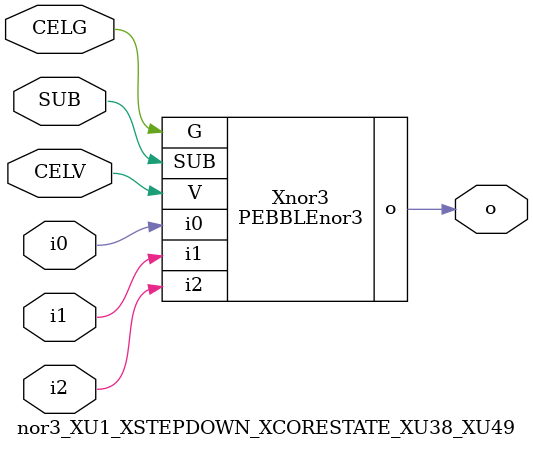
<source format=v>



module PEBBLEnor3 ( o, G, SUB, V, i0, i1, i2 );

  input i0;
  input V;
  input i2;
  input i1;
  input G;
  output o;
  input SUB;
endmodule

//Celera Confidential Do Not Copy nor3_XU1_XSTEPDOWN_XCORESTATE_XU38_XU49
//Celera Confidential Symbol Generator
//NOR3
module nor3_XU1_XSTEPDOWN_XCORESTATE_XU38_XU49 (CELV,CELG,i0,i1,i2,o,SUB);
input CELV;
input CELG;
input i0;
input i1;
input i2;
input SUB;
output o;

//Celera Confidential Do Not Copy nor3
PEBBLEnor3 Xnor3(
.V (CELV),
.i0 (i0),
.i1 (i1),
.i2 (i2),
.o (o),
.SUB (SUB),
.G (CELG)
);
//,diesize,PEBBLEnor3

//Celera Confidential Do Not Copy Module End
//Celera Schematic Generator
endmodule

</source>
